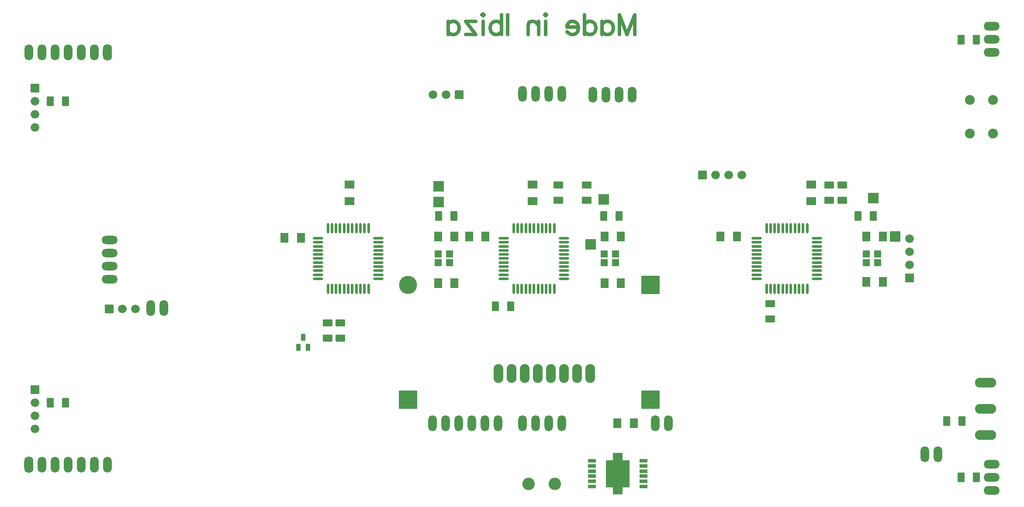
<source format=gbs>
G04 Layer: BottomSolderMaskLayer*
G04 EasyEDA v6.5.34, 2023-09-07 22:36:22*
G04 6936e88fb932453b8581c8861ee1522a,0b3e81c085af431c91bff7fd5324728f,10*
G04 Gerber Generator version 0.2*
G04 Scale: 100 percent, Rotated: No, Reflected: No *
G04 Dimensions in millimeters *
G04 leading zeros omitted , absolute positions ,4 integer and 5 decimal *
%FSLAX45Y45*%
%MOMM*%

%AMMACRO1*1,1,$1,$2,$3*1,1,$1,$4,$5*1,1,$1,0-$2,0-$3*1,1,$1,0-$4,0-$5*20,1,$1,$2,$3,$4,$5,0*20,1,$1,$4,$5,0-$2,0-$3,0*20,1,$1,0-$2,0-$3,0-$4,0-$5,0*20,1,$1,0-$4,0-$5,$2,$3,0*4,1,4,$2,$3,$4,$5,0-$2,0-$3,0-$4,0-$5,$2,$3,0*%
%AMMACRO2*4,1,4,-0.9512,-0.7252,-0.9512,0.7252,0.9512,0.7252,0.9512,-0.7252,-0.9512,-0.7252,0*%
%AMMACRO3*4,1,4,-2.2504,-2.601,-2.2504,2.601,2.2504,2.601,2.2504,-2.601,-2.2504,-2.601,0*%
%ADD10C,0.7000*%
%ADD11MACRO1,0.1016X-1X1X1X1*%
%ADD12MACRO1,0.1016X-0.7425X0.864X-0.7425X-0.864*%
%ADD13MACRO1,0.1016X0.7425X0.864X0.7425X-0.864*%
%ADD14MACRO1,0.1016X0.864X0.7425X-0.864X0.7425*%
%ADD15MACRO1,0.1016X0.864X-0.7425X-0.864X-0.7425*%
%ADD16MACRO1,0.1016X0.6038X-0.8505X0.6038X0.8505*%
%ADD17MACRO1,0.1016X-0.6038X-0.8505X-0.6038X0.8505*%
%ADD18MACRO1,0.1016X-0.6038X0.8505X-0.6038X-0.8505*%
%ADD19MACRO1,0.1016X0.6038X0.8505X0.6038X-0.8505*%
%ADD20MACRO1,0.1016X-0.8505X-0.6038X0.8505X-0.6038*%
%ADD21MACRO1,0.1016X-0.8505X0.6038X0.8505X0.6038*%
%ADD22MACRO1,0.1016X0.8505X0.6038X-0.8505X0.6038*%
%ADD23MACRO1,0.1016X0.8505X-0.6038X-0.8505X-0.6038*%
%ADD24MACRO1,0.1016X0.65X0.5999X-0.65X0.5999*%
%ADD25MACRO1,0.1016X-0.35X0.625X-0.35X-0.625*%
%ADD26MACRO2*%
%ADD27MACRO1,0.1016X0.675X0.325X-0.675X0.325*%
%ADD28MACRO3*%
%ADD29MACRO1,0.1016X-0.675X-0.325X0.675X-0.325*%
%ADD30O,0.542544X1.9968718000000003*%
%ADD31O,1.9968718000000003X0.542544*%
%ADD32C,2.4032*%
%ADD33MACRO1,0.1016X-0.7874X0.7874X0.7874X0.7874*%
%ADD34C,1.6764*%
%ADD35R,1.6764X1.6764*%
%ADD36MACRO1,0.1016X0.7874X0.7874X0.7874X-0.7874*%
%ADD37MACRO1,0.1016X0.7874X-0.7874X-0.7874X-0.7874*%
%ADD38O,1.6764000000000001X3.101594*%
%ADD39O,4.101592X1.9015964*%
%ADD40O,1.6256000000000002X3.101594*%
%ADD41C,1.9016*%
%ADD42O,1.609598X3.101594*%
%ADD43O,3.101594X1.609598*%
%ADD44O,1.8796000000000002X3.6576*%
%ADD45C,3.5016*%
%ADD46MACRO1,0.1016X1.7X-1.7X-1.7X-1.7*%
%ADD47O,3.101594X1.6764000000000001*%
%ADD48O,1.778X3.2031940000000003*%
%ADD49O,0.015X3.2031940000000003*%

%LPD*%
D10*
X11974977Y9728616D02*
G01*
X11974977Y9346798D01*
X11974977Y9728616D02*
G01*
X11829524Y9346798D01*
X11684068Y9728616D02*
G01*
X11829524Y9346798D01*
X11684068Y9728616D02*
G01*
X11684068Y9346798D01*
X11345887Y9601342D02*
G01*
X11345887Y9346798D01*
X11345887Y9546798D02*
G01*
X11382250Y9583160D01*
X11418615Y9601342D01*
X11473159Y9601342D01*
X11509524Y9583160D01*
X11545887Y9546798D01*
X11564068Y9492251D01*
X11564068Y9455889D01*
X11545887Y9401342D01*
X11509524Y9364979D01*
X11473159Y9346798D01*
X11418615Y9346798D01*
X11382250Y9364979D01*
X11345887Y9401342D01*
X11007707Y9728616D02*
G01*
X11007707Y9346798D01*
X11007707Y9546798D02*
G01*
X11044069Y9583160D01*
X11080432Y9601342D01*
X11134979Y9601342D01*
X11171341Y9583160D01*
X11207706Y9546798D01*
X11225888Y9492251D01*
X11225888Y9455889D01*
X11207706Y9401342D01*
X11171341Y9364979D01*
X11134979Y9346798D01*
X11080432Y9346798D01*
X11044069Y9364979D01*
X11007707Y9401342D01*
X10887707Y9492251D02*
G01*
X10669526Y9492251D01*
X10669526Y9528616D01*
X10687707Y9564979D01*
X10705889Y9583160D01*
X10742251Y9601342D01*
X10796798Y9601342D01*
X10833160Y9583160D01*
X10869526Y9546798D01*
X10887707Y9492251D01*
X10887707Y9455889D01*
X10869526Y9401342D01*
X10833160Y9364979D01*
X10796798Y9346798D01*
X10742251Y9346798D01*
X10705889Y9364979D01*
X10669526Y9401342D01*
X10269527Y9728616D02*
G01*
X10251343Y9710432D01*
X10233162Y9728616D01*
X10251343Y9746797D01*
X10269527Y9728616D01*
X10251343Y9601342D02*
G01*
X10251343Y9346798D01*
X10113162Y9601342D02*
G01*
X10113162Y9346798D01*
X10113162Y9528616D02*
G01*
X10058618Y9583160D01*
X10022253Y9601342D01*
X9967709Y9601342D01*
X9931344Y9583160D01*
X9913162Y9528616D01*
X9913162Y9346798D01*
X9513163Y9728616D02*
G01*
X9513163Y9346798D01*
X9393163Y9728616D02*
G01*
X9393163Y9346798D01*
X9393163Y9546798D02*
G01*
X9356801Y9583160D01*
X9320436Y9601342D01*
X9265892Y9601342D01*
X9229529Y9583160D01*
X9193164Y9546798D01*
X9174982Y9492251D01*
X9174982Y9455889D01*
X9193164Y9401342D01*
X9229529Y9364979D01*
X9265892Y9346798D01*
X9320436Y9346798D01*
X9356801Y9364979D01*
X9393163Y9401342D01*
X9054983Y9728616D02*
G01*
X9036801Y9710432D01*
X9018620Y9728616D01*
X9036801Y9746797D01*
X9054983Y9728616D01*
X9036801Y9601342D02*
G01*
X9036801Y9346798D01*
X8698621Y9601342D02*
G01*
X8898620Y9346798D01*
X8898620Y9601342D02*
G01*
X8698621Y9601342D01*
X8898620Y9346798D02*
G01*
X8698621Y9346798D01*
X8360437Y9601342D02*
G01*
X8360437Y9346798D01*
X8360437Y9546798D02*
G01*
X8396803Y9583160D01*
X8433165Y9601342D01*
X8487712Y9601342D01*
X8524074Y9583160D01*
X8560437Y9546798D01*
X8578621Y9492251D01*
X8578621Y9455889D01*
X8560437Y9401342D01*
X8524074Y9364979D01*
X8487712Y9346798D01*
X8433165Y9346798D01*
X8396803Y9364979D01*
X8360437Y9401342D01*
D11*
G01*
X8174984Y6099987D03*
G01*
X8174984Y6399987D03*
G01*
X11374958Y6150096D03*
G01*
X11124979Y5274988D03*
G01*
X16599966Y6174986D03*
G01*
X17028119Y5424977D03*
D12*
G01*
X11959150Y1800092D03*
D13*
G01*
X11640649Y1800092D03*
D12*
G01*
X9084124Y5424926D03*
D13*
G01*
X8765623Y5424926D03*
D14*
G01*
X10000056Y6115814D03*
D15*
G01*
X10000056Y6434315D03*
D12*
G01*
X11709214Y5424926D03*
D13*
G01*
X11390713Y5424926D03*
D12*
G01*
X11709214Y4525004D03*
D13*
G01*
X11390713Y4525004D03*
D16*
G01*
X652045Y2199888D03*
D17*
G01*
X947798Y2199888D03*
D16*
G01*
X652045Y8050016D03*
D17*
G01*
X947798Y8050016D03*
D18*
G01*
X18597750Y750056D03*
D19*
G01*
X18301997Y750056D03*
D18*
G01*
X18597750Y9249912D03*
D19*
G01*
X18301997Y9249912D03*
D20*
G01*
X10499928Y6422941D03*
D21*
G01*
X10499928Y6127188D03*
D22*
G01*
X15749854Y6127188D03*
D23*
G01*
X15749854Y6422941D03*
D18*
G01*
X18322841Y1849996D03*
D19*
G01*
X18027088Y1849996D03*
D22*
G01*
X6274892Y3452060D03*
D23*
G01*
X6274892Y3747813D03*
D24*
G01*
X8384992Y4915001D03*
G01*
X8164977Y4915001D03*
G01*
X8164977Y5084978D03*
G01*
X8384992Y5084978D03*
G01*
X11609984Y4915001D03*
G01*
X11389969Y4915001D03*
G01*
X11389969Y5084978D03*
G01*
X11609984Y5084978D03*
D25*
G01*
X5644984Y3274992D03*
G01*
X5454994Y3274992D03*
G01*
X5549990Y3474991D03*
D24*
G01*
X16684975Y4915001D03*
G01*
X16464960Y4915001D03*
G01*
X16464960Y5084978D03*
G01*
X16684975Y5084978D03*
D26*
G01*
X11649913Y502533D03*
D27*
G01*
X12147486Y1074983D03*
D28*
G01*
X11650040Y824986D03*
D26*
G01*
X11649913Y1147439D03*
D27*
G01*
X12147486Y975009D03*
G01*
X12147486Y875009D03*
G01*
X12147486Y774984D03*
G01*
X12147486Y674984D03*
G01*
X12147486Y575010D03*
D29*
G01*
X11152466Y575010D03*
G01*
X11152466Y674984D03*
G01*
X11152466Y774984D03*
G01*
X11152466Y875009D03*
G01*
X11152466Y975009D03*
G01*
X11152466Y1074983D03*
D12*
G01*
X5509239Y5399989D03*
D13*
G01*
X5190738Y5399989D03*
D14*
G01*
X6449987Y6115735D03*
D15*
G01*
X6449987Y6434236D03*
D12*
G01*
X8484235Y5424987D03*
D13*
G01*
X8165734Y5424987D03*
D12*
G01*
X8484235Y4524989D03*
D13*
G01*
X8165734Y4524989D03*
D18*
G01*
X8472860Y5824987D03*
D19*
G01*
X8177108Y5824987D03*
D22*
G01*
X6024989Y3452116D03*
D23*
G01*
X6024989Y3747869D03*
D30*
G01*
X6031306Y5585124D03*
G01*
X6110046Y5585124D03*
G01*
X6188786Y5585124D03*
G01*
X6267526Y5585124D03*
G01*
X6346266Y5585124D03*
G01*
X6425006Y5585124D03*
G01*
X6503746Y5585124D03*
G01*
X6582486Y5585124D03*
G01*
X6661226Y5585124D03*
G01*
X6739966Y5585124D03*
G01*
X6818706Y5585124D03*
D31*
G01*
X7010145Y5393684D03*
G01*
X7010145Y5314944D03*
G01*
X7010145Y5236204D03*
G01*
X7010145Y5157464D03*
G01*
X7010145Y5078724D03*
G01*
X7010145Y4999984D03*
G01*
X7010145Y4921244D03*
G01*
X7010145Y4842504D03*
G01*
X7010145Y4763764D03*
G01*
X7010145Y4685024D03*
G01*
X7010145Y4606284D03*
D30*
G01*
X6818706Y4414845D03*
G01*
X6739966Y4414845D03*
G01*
X6661226Y4414845D03*
G01*
X6582486Y4414845D03*
G01*
X6503746Y4414845D03*
G01*
X6425006Y4414845D03*
G01*
X6346266Y4414845D03*
G01*
X6267526Y4414845D03*
G01*
X6188786Y4414845D03*
G01*
X6110046Y4414845D03*
G01*
X6031306Y4414845D03*
D31*
G01*
X5839866Y4606284D03*
G01*
X5839866Y4685024D03*
G01*
X5839866Y4763764D03*
G01*
X5839866Y4842504D03*
G01*
X5839866Y4921244D03*
G01*
X5839866Y4999984D03*
G01*
X5839866Y5078724D03*
G01*
X5839866Y5157464D03*
G01*
X5839866Y5236204D03*
G01*
X5839866Y5314944D03*
G01*
X5839866Y5393684D03*
D12*
G01*
X13959222Y5424987D03*
D13*
G01*
X13640722Y5424987D03*
D14*
G01*
X15399969Y6115735D03*
D15*
G01*
X15399969Y6434236D03*
D12*
G01*
X16784218Y5424987D03*
D13*
G01*
X16465717Y5424987D03*
D12*
G01*
X16784218Y4549990D03*
D13*
G01*
X16465717Y4549990D03*
D18*
G01*
X16597843Y5824987D03*
D19*
G01*
X16302090Y5824987D03*
D22*
G01*
X14599970Y3827114D03*
D23*
G01*
X14599970Y4122867D03*
D20*
G01*
X15999968Y6422862D03*
D21*
G01*
X15999968Y6127109D03*
D30*
G01*
X14531289Y5585124D03*
G01*
X14610029Y5585124D03*
G01*
X14688769Y5585124D03*
G01*
X14767509Y5585124D03*
G01*
X14846249Y5585124D03*
G01*
X14924989Y5585124D03*
G01*
X15003729Y5585124D03*
G01*
X15082469Y5585124D03*
G01*
X15161209Y5585124D03*
G01*
X15239949Y5585124D03*
G01*
X15318689Y5585124D03*
D31*
G01*
X15510129Y5393684D03*
G01*
X15510129Y5314944D03*
G01*
X15510129Y5236204D03*
G01*
X15510129Y5157464D03*
G01*
X15510129Y5078724D03*
G01*
X15510129Y4999984D03*
G01*
X15510129Y4921244D03*
G01*
X15510129Y4842504D03*
G01*
X15510129Y4763764D03*
G01*
X15510129Y4685024D03*
G01*
X15510129Y4606284D03*
D30*
G01*
X15318689Y4414845D03*
G01*
X15239949Y4414845D03*
G01*
X15161209Y4414845D03*
G01*
X15082469Y4414845D03*
G01*
X15003729Y4414845D03*
G01*
X14924989Y4414845D03*
G01*
X14846249Y4414845D03*
G01*
X14767509Y4414845D03*
G01*
X14688769Y4414845D03*
G01*
X14610029Y4414845D03*
G01*
X14531289Y4414845D03*
D31*
G01*
X14339849Y4606284D03*
G01*
X14339849Y4685024D03*
G01*
X14339849Y4763764D03*
G01*
X14339849Y4842504D03*
G01*
X14339849Y4921244D03*
G01*
X14339849Y4999984D03*
G01*
X14339849Y5078724D03*
G01*
X14339849Y5157464D03*
G01*
X14339849Y5236204D03*
G01*
X14339849Y5314944D03*
G01*
X14339849Y5393684D03*
D18*
G01*
X11672851Y5824987D03*
D19*
G01*
X11377099Y5824987D03*
D16*
G01*
X9277106Y4074990D03*
D17*
G01*
X9572858Y4074990D03*
D20*
G01*
X11049977Y6422862D03*
D21*
G01*
X11049977Y6127109D03*
D30*
G01*
X9631299Y5585124D03*
G01*
X9710038Y5585124D03*
G01*
X9788779Y5585124D03*
G01*
X9867518Y5585124D03*
G01*
X9946259Y5585124D03*
G01*
X10024999Y5585124D03*
G01*
X10103738Y5585124D03*
G01*
X10182479Y5585124D03*
G01*
X10261218Y5585124D03*
G01*
X10339959Y5585124D03*
G01*
X10418699Y5585124D03*
D31*
G01*
X10610138Y5393684D03*
G01*
X10610138Y5314944D03*
G01*
X10610138Y5236204D03*
G01*
X10610138Y5157464D03*
G01*
X10610138Y5078724D03*
G01*
X10610138Y4999984D03*
G01*
X10610138Y4921244D03*
G01*
X10610138Y4842504D03*
G01*
X10610138Y4763764D03*
G01*
X10610138Y4685024D03*
G01*
X10610138Y4606284D03*
D30*
G01*
X10418699Y4414845D03*
G01*
X10339959Y4414845D03*
G01*
X10261218Y4414845D03*
G01*
X10182479Y4414845D03*
G01*
X10103738Y4414845D03*
G01*
X10024999Y4414845D03*
G01*
X9946259Y4414845D03*
G01*
X9867518Y4414845D03*
G01*
X9788779Y4414845D03*
G01*
X9710038Y4414845D03*
G01*
X9631299Y4414845D03*
D31*
G01*
X9439859Y4606284D03*
G01*
X9439859Y4685024D03*
G01*
X9439859Y4763764D03*
G01*
X9439859Y4842504D03*
G01*
X9439859Y4921244D03*
G01*
X9439859Y4999984D03*
G01*
X9439859Y5078724D03*
G01*
X9439859Y5157464D03*
G01*
X9439859Y5236204D03*
G01*
X9439859Y5314944D03*
G01*
X9439859Y5393684D03*
D32*
G01*
X10428965Y624961D03*
G01*
X9920965Y624961D03*
D33*
G01*
X13293928Y6625076D03*
D34*
G01*
X13547928Y6625076D03*
G01*
X13801928Y6625076D03*
G01*
X14055928Y6625076D03*
D35*
G01*
X17300016Y4618984D03*
D34*
G01*
X17300016Y4872984D03*
G01*
X17300016Y5126984D03*
G01*
X17300016Y5380984D03*
D36*
G01*
X350088Y2455920D03*
D34*
G01*
X350088Y2201920D03*
G01*
X350088Y1947920D03*
G01*
X350088Y1693920D03*
D36*
G01*
X350088Y8306048D03*
D34*
G01*
X350088Y8052048D03*
G01*
X350088Y7798048D03*
G01*
X350088Y7544048D03*
D33*
G01*
X1796110Y4024878D03*
D34*
G01*
X2050110Y4024878D03*
G01*
X2304110Y4024878D03*
D37*
G01*
X8578926Y8174984D03*
D34*
G01*
X8324926Y8174984D03*
G01*
X8070926Y8174984D03*
D38*
G01*
X2598013Y4037680D03*
G01*
X2852013Y4037680D03*
G01*
X17597958Y1200017D03*
G01*
X17851958Y1200017D03*
D39*
G01*
X18774968Y1574998D03*
G01*
X18774968Y2082998D03*
G01*
X18774968Y2590998D03*
D40*
G01*
X9324975Y1799991D03*
G01*
X9070975Y1799991D03*
G01*
X8816975Y1799991D03*
G01*
X8562975Y1799991D03*
G01*
X8308975Y1799991D03*
G01*
X8054975Y1799991D03*
D41*
G01*
X18925006Y8075112D03*
G01*
X18474918Y8075112D03*
G01*
X18925006Y7424872D03*
G01*
X18474918Y7424872D03*
D38*
G01*
X11168989Y8174984D03*
G01*
X11423015Y8174959D03*
G01*
X11677015Y8174959D03*
G01*
X11931015Y8174959D03*
D42*
G01*
X9799954Y1799991D03*
G01*
X10053954Y1799991D03*
G01*
X10307954Y1799991D03*
G01*
X10561954Y1799991D03*
D43*
G01*
X1799996Y5361985D03*
G01*
X1799996Y5107985D03*
G01*
X1799996Y4853985D03*
G01*
X1799996Y4599985D03*
D42*
G01*
X10561980Y8199978D03*
G01*
X10307980Y8199978D03*
G01*
X10053980Y8199978D03*
G01*
X9799980Y8199978D03*
D38*
G01*
X12626975Y1800016D03*
G01*
X12372975Y1799991D03*
D44*
G01*
X10098379Y2766588D03*
G01*
X10352379Y2766588D03*
G01*
X9844379Y2766588D03*
G01*
X9590379Y2766588D03*
G01*
X9336379Y2766588D03*
G01*
X10606379Y2766588D03*
G01*
X10860379Y2766588D03*
G01*
X11114379Y2766588D03*
D45*
G01*
X7585075Y4484085D03*
D46*
G01*
X7585075Y2261590D03*
G01*
X12284075Y2261590D03*
G01*
X12284075Y4484090D03*
D47*
G01*
X18899962Y496006D03*
G01*
X18899962Y750006D03*
G01*
X18899962Y1004006D03*
G01*
X18899962Y8995989D03*
G01*
X18899962Y9249989D03*
G01*
X18899962Y9503989D03*
D48*
G01*
X238074Y999992D03*
D38*
G01*
X1762074Y999992D03*
G01*
X492074Y999992D03*
G01*
X746074Y999992D03*
G01*
X1000074Y999992D03*
G01*
X1254074Y999992D03*
G01*
X1508074Y999992D03*
D48*
G01*
X1762074Y8999976D03*
D38*
G01*
X238074Y8999976D03*
G01*
X1508074Y8999976D03*
G01*
X1254074Y8999976D03*
G01*
X1000074Y8999976D03*
G01*
X746074Y8999976D03*
G01*
X492074Y8999976D03*
M02*

</source>
